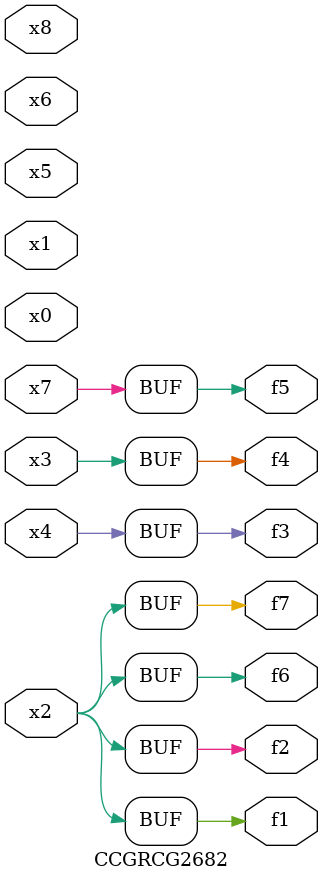
<source format=v>
module CCGRCG2682(
	input x0, x1, x2, x3, x4, x5, x6, x7, x8,
	output f1, f2, f3, f4, f5, f6, f7
);
	assign f1 = x2;
	assign f2 = x2;
	assign f3 = x4;
	assign f4 = x3;
	assign f5 = x7;
	assign f6 = x2;
	assign f7 = x2;
endmodule

</source>
